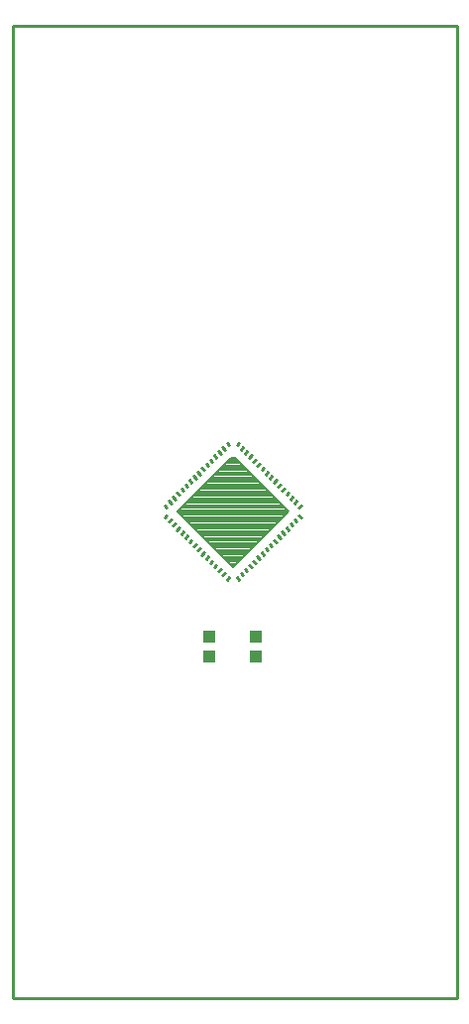
<source format=gtp>
G75*
G70*
%OFA0B0*%
%FSLAX24Y24*%
%IPPOS*%
%LPD*%
%AMOC8*
5,1,8,0,0,1.08239X$1,22.5*
%
%ADD10C,0.0098*%
%ADD11C,0.0080*%
%ADD12R,0.0394X0.0433*%
D10*
X000156Y000156D02*
X000156Y032783D01*
X015081Y032783D01*
X015083Y032781D01*
X015083Y000156D01*
X000156Y000156D01*
X006931Y014617D02*
X007013Y014699D01*
X007153Y014560D02*
X007071Y014478D01*
X007210Y014339D02*
X007292Y014421D01*
X007431Y014281D02*
X007349Y014199D01*
X007683Y014281D02*
X007765Y014199D01*
X007904Y014339D02*
X007822Y014421D01*
X007962Y014560D02*
X008044Y014478D01*
X008183Y014617D02*
X008101Y014699D01*
X008240Y014838D02*
X008322Y014756D01*
X008461Y014895D02*
X008379Y014977D01*
X008518Y015117D02*
X008600Y015035D01*
X008740Y015174D02*
X008658Y015256D01*
X008797Y015395D02*
X008879Y015313D01*
X009018Y015452D02*
X008936Y015534D01*
X009075Y015673D02*
X009157Y015591D01*
X009296Y015731D02*
X009214Y015813D01*
X009353Y015952D02*
X009435Y015870D01*
X009575Y016009D02*
X009493Y016091D01*
X009632Y016230D02*
X009714Y016148D01*
X009853Y016287D02*
X009771Y016369D01*
X009771Y016621D02*
X009853Y016703D01*
X009714Y016843D02*
X009632Y016761D01*
X009493Y016900D02*
X009575Y016982D01*
X009435Y017121D02*
X009353Y017039D01*
X009214Y017178D02*
X009296Y017260D01*
X009157Y017399D02*
X009075Y017317D01*
X008936Y017457D02*
X009018Y017539D01*
X008879Y017678D02*
X008797Y017596D01*
X008658Y017735D02*
X008740Y017817D01*
X008600Y017956D02*
X008518Y017874D01*
X008379Y018013D02*
X008461Y018095D01*
X008322Y018235D02*
X008240Y018153D01*
X008101Y018292D02*
X008183Y018374D01*
X008044Y018513D02*
X007962Y018431D01*
X007822Y018570D02*
X007904Y018652D01*
X007765Y018791D02*
X007683Y018709D01*
X007431Y018709D02*
X007349Y018791D01*
X007210Y018652D02*
X007292Y018570D01*
X007153Y018431D02*
X007071Y018513D01*
X006931Y018374D02*
X007013Y018292D01*
X006874Y018153D02*
X006792Y018235D01*
X006653Y018095D02*
X006735Y018013D01*
X006596Y017874D02*
X006514Y017956D01*
X006375Y017817D02*
X006457Y017735D01*
X006318Y017596D02*
X006236Y017678D01*
X006096Y017539D02*
X006178Y017457D01*
X006039Y017317D02*
X005957Y017399D01*
X005818Y017260D02*
X005900Y017178D01*
X005761Y017039D02*
X005679Y017121D01*
X005540Y016982D02*
X005622Y016900D01*
X005482Y016761D02*
X005400Y016843D01*
X005261Y016703D02*
X005343Y016621D01*
X005343Y016369D02*
X005261Y016287D01*
X005400Y016148D02*
X005482Y016230D01*
X005622Y016091D02*
X005540Y016009D01*
X005679Y015870D02*
X005761Y015952D01*
X005900Y015813D02*
X005818Y015731D01*
X005957Y015591D02*
X006039Y015673D01*
X006178Y015534D02*
X006096Y015452D01*
X006236Y015313D02*
X006318Y015395D01*
X006457Y015256D02*
X006375Y015174D01*
X006514Y015035D02*
X006596Y015117D01*
X006735Y014977D02*
X006653Y014895D01*
X006792Y014756D02*
X006874Y014838D01*
D11*
X007143Y015044D02*
X007971Y015044D01*
X007893Y014966D02*
X007222Y014966D01*
X007300Y014887D02*
X007814Y014887D01*
X007735Y014809D02*
X007379Y014809D01*
X007457Y014730D02*
X007657Y014730D01*
X007578Y014651D02*
X007536Y014651D01*
X007557Y014630D02*
X005692Y016495D01*
X007488Y018291D01*
X007627Y018291D01*
X009422Y016495D01*
X007557Y014630D01*
X007065Y015123D02*
X008050Y015123D01*
X008128Y015201D02*
X006986Y015201D01*
X006908Y015280D02*
X008207Y015280D01*
X008285Y015358D02*
X006829Y015358D01*
X006750Y015437D02*
X008364Y015437D01*
X008442Y015515D02*
X006672Y015515D01*
X006593Y015594D02*
X008521Y015594D01*
X008599Y015673D02*
X006515Y015673D01*
X006436Y015751D02*
X008678Y015751D01*
X008757Y015830D02*
X006358Y015830D01*
X006279Y015908D02*
X008835Y015908D01*
X008914Y015987D02*
X006201Y015987D01*
X006122Y016065D02*
X008992Y016065D01*
X009071Y016144D02*
X006044Y016144D01*
X005965Y016222D02*
X009149Y016222D01*
X009228Y016301D02*
X005886Y016301D01*
X005808Y016379D02*
X009306Y016379D01*
X009385Y016458D02*
X005729Y016458D01*
X005733Y016536D02*
X009381Y016536D01*
X009303Y016615D02*
X005811Y016615D01*
X005890Y016694D02*
X009224Y016694D01*
X009146Y016772D02*
X005969Y016772D01*
X006047Y016851D02*
X009067Y016851D01*
X008989Y016929D02*
X006126Y016929D01*
X006204Y017008D02*
X008910Y017008D01*
X008831Y017086D02*
X006283Y017086D01*
X006361Y017165D02*
X008753Y017165D01*
X008674Y017243D02*
X006440Y017243D01*
X006518Y017322D02*
X008596Y017322D01*
X008517Y017400D02*
X006597Y017400D01*
X006675Y017479D02*
X008439Y017479D01*
X008360Y017558D02*
X006754Y017558D01*
X006833Y017636D02*
X008282Y017636D01*
X008203Y017715D02*
X006911Y017715D01*
X006990Y017793D02*
X008125Y017793D01*
X008046Y017872D02*
X007068Y017872D01*
X007147Y017950D02*
X007967Y017950D01*
X007889Y018029D02*
X007225Y018029D01*
X007304Y018107D02*
X007810Y018107D01*
X007732Y018186D02*
X007382Y018186D01*
X007461Y018264D02*
X007653Y018264D01*
D12*
X008316Y012284D03*
X008316Y011615D03*
X006767Y011610D03*
X006767Y012280D03*
M02*

</source>
